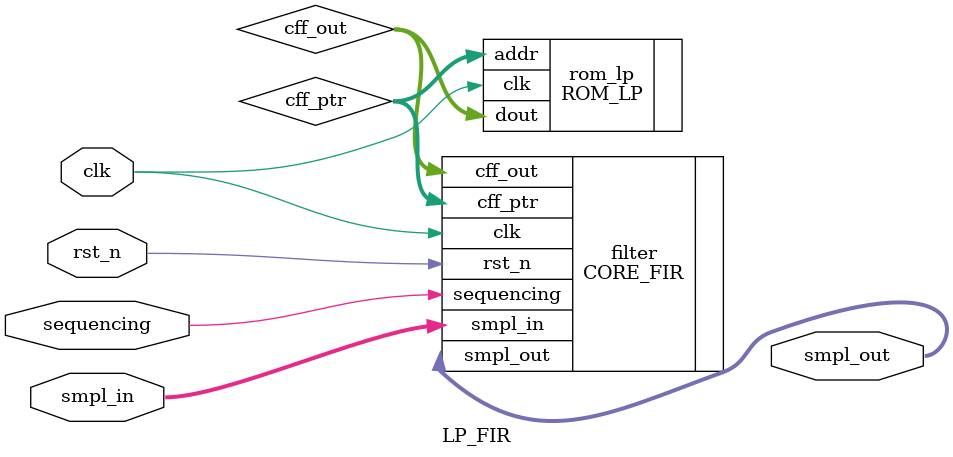
<source format=sv>
module LP_FIR(clk, rst_n, sequencing, smpl_in, smpl_out);
input clk, rst_n, sequencing;
input signed [15:0] smpl_in;

reg [9:0] cff_ptr;
wire signed [15:0] cff_out;
output reg [15:0] smpl_out;

ROM_LP rom_lp(.clk(clk), .addr(cff_ptr), .dout(cff_out));

CORE_FIR filter(.clk(clk),
                .rst_n(rst_n),
                .sequencing(sequencing),
                .smpl_in(smpl_in),
                .smpl_out(smpl_out),
                .cff_ptr(cff_ptr),
                .cff_out(cff_out)
                );


endmodule

</source>
